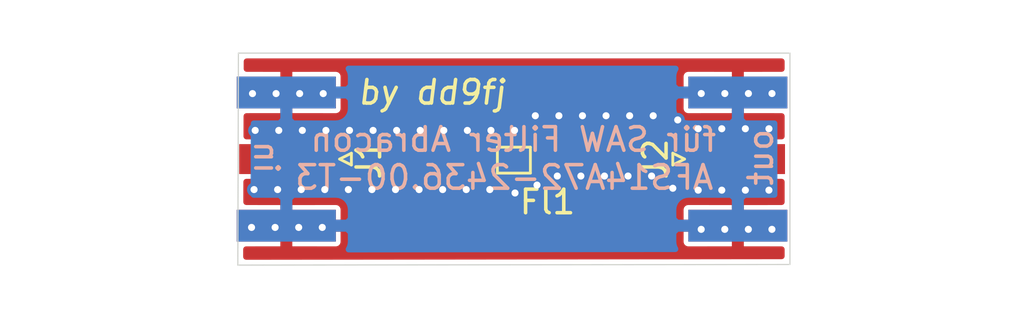
<source format=kicad_pcb>
(kicad_pcb (version 20171130) (host pcbnew "(5.1.5)-3")

  (general
    (thickness 1.6)
    (drawings 8)
    (tracks 76)
    (zones 0)
    (modules 3)
    (nets 4)
  )

  (page A4)
  (layers
    (0 F.Cu signal)
    (31 B.Cu signal)
    (32 B.Adhes user)
    (33 F.Adhes user)
    (34 B.Paste user)
    (35 F.Paste user)
    (36 B.SilkS user)
    (37 F.SilkS user)
    (38 B.Mask user)
    (39 F.Mask user)
    (40 Dwgs.User user)
    (41 Cmts.User user)
    (42 Eco1.User user)
    (43 Eco2.User user)
    (44 Edge.Cuts user)
    (45 Margin user)
    (46 B.CrtYd user)
    (47 F.CrtYd user)
    (48 B.Fab user)
    (49 F.Fab user)
  )

  (setup
    (last_trace_width 0.25)
    (user_trace_width 0.5)
    (user_trace_width 1.08)
    (trace_clearance 0.2)
    (zone_clearance 0.508)
    (zone_45_only no)
    (trace_min 0.2)
    (via_size 0.8)
    (via_drill 0.4)
    (via_min_size 0.4)
    (via_min_drill 0.3)
    (user_via 0.6 0.3)
    (uvia_size 0.3)
    (uvia_drill 0.1)
    (uvias_allowed no)
    (uvia_min_size 0.2)
    (uvia_min_drill 0.1)
    (edge_width 0.05)
    (segment_width 0.2)
    (pcb_text_width 0.3)
    (pcb_text_size 1.5 1.5)
    (mod_edge_width 0.12)
    (mod_text_size 1 1)
    (mod_text_width 0.15)
    (pad_size 1.524 1.524)
    (pad_drill 0.762)
    (pad_to_mask_clearance 0.051)
    (solder_mask_min_width 0.25)
    (aux_axis_origin 0 0)
    (visible_elements 7FFFFFFF)
    (pcbplotparams
      (layerselection 0x010fc_ffffffff)
      (usegerberextensions false)
      (usegerberattributes false)
      (usegerberadvancedattributes false)
      (creategerberjobfile false)
      (excludeedgelayer true)
      (linewidth 0.100000)
      (plotframeref false)
      (viasonmask false)
      (mode 1)
      (useauxorigin false)
      (hpglpennumber 1)
      (hpglpenspeed 20)
      (hpglpendiameter 15.000000)
      (psnegative false)
      (psa4output false)
      (plotreference true)
      (plotvalue true)
      (plotinvisibletext false)
      (padsonsilk false)
      (subtractmaskfromsilk false)
      (outputformat 1)
      (mirror false)
      (drillshape 1)
      (scaleselection 1)
      (outputdirectory ""))
  )

  (net 0 "")
  (net 1 GND)
  (net 2 "Net-(Fl1-PadA)")
  (net 3 "Net-(Fl1-PadC)")

  (net_class Default "Dies ist die voreingestellte Netzklasse."
    (clearance 0.2)
    (trace_width 0.25)
    (via_dia 0.8)
    (via_drill 0.4)
    (uvia_dia 0.3)
    (uvia_drill 0.1)
    (add_net GND)
  )

  (net_class HF50 ""
    (clearance 0.1)
    (trace_width 1.08)
    (via_dia 0.8)
    (via_drill 0.4)
    (uvia_dia 0.3)
    (uvia_drill 0.1)
    (add_net "Net-(Fl1-PadA)")
    (add_net "Net-(Fl1-PadC)")
  )

  (module Connector_Coaxial:SMA_Samtec_SMA-J-P-H-ST-EM1_EdgeMount (layer F.Cu) (tedit 5DFFDB63) (tstamp 5DF2CBD0)
    (at 89.281 76.3016)
    (descr http://suddendocs.samtec.com/prints/sma-j-p-x-st-em1-mkt.pdf)
    (tags SMA)
    (path /5DF368B7)
    (attr smd)
    (fp_text reference J2 (at -3.5 0 90) (layer F.SilkS)
      (effects (font (size 1 1) (thickness 0.15)))
    )
    (fp_text value Conn_Coaxial (at 5 5.9) (layer F.Fab)
      (effects (font (size 1 1) (thickness 0.15)))
    )
    (fp_line (start -2.76 0.25) (end -2.26 0) (layer F.SilkS) (width 0.12))
    (fp_line (start -2.76 -0.25) (end -2.76 0.25) (layer F.SilkS) (width 0.12))
    (fp_line (start -2.26 0) (end -2.76 -0.25) (layer F.SilkS) (width 0.12))
    (fp_line (start 3.1 0) (end 2.1 0.75) (layer F.Fab) (width 0.1))
    (fp_line (start 2.1 -0.75) (end 3.1 0) (layer F.Fab) (width 0.1))
    (fp_text user %R (at 4.79 0 270) (layer F.Fab)
      (effects (font (size 1 1) (thickness 0.15)))
    )
    (fp_line (start 3 -4) (end -2.6 -4) (layer F.CrtYd) (width 0.05))
    (fp_line (start 12.12 -4.5) (end 12.12 4.5) (layer F.CrtYd) (width 0.05))
    (fp_line (start 3 4) (end -2.6 4) (layer F.CrtYd) (width 0.05))
    (fp_line (start -2.6 4) (end -2.6 -4) (layer F.CrtYd) (width 0.05))
    (fp_line (start 3 -4) (end -2.6 -4) (layer B.CrtYd) (width 0.05))
    (fp_line (start 12.12 -4.5) (end 12.12 4.5) (layer B.CrtYd) (width 0.05))
    (fp_line (start 3 4) (end -2.6 4) (layer B.CrtYd) (width 0.05))
    (fp_line (start -2.6 4) (end -2.6 -4) (layer B.CrtYd) (width 0.05))
    (fp_line (start 11.62 -3.165) (end 11.62 3.165) (layer F.Fab) (width 0.1))
    (fp_line (start -1.71 -3.175) (end 11.62 -3.175) (layer F.Fab) (width 0.1))
    (fp_line (start -1.71 -3.175) (end -1.71 -2.365) (layer F.Fab) (width 0.1))
    (fp_line (start -1.71 -2.365) (end 2.1 -2.365) (layer F.Fab) (width 0.1))
    (fp_line (start 2.1 -2.365) (end 2.1 2.365) (layer F.Fab) (width 0.1))
    (fp_line (start 2.1 2.365) (end -1.71 2.365) (layer F.Fab) (width 0.1))
    (fp_line (start -1.71 2.365) (end -1.71 3.175) (layer F.Fab) (width 0.1))
    (fp_line (start -1.71 3.175) (end 11.62 3.175) (layer F.Fab) (width 0.1))
    (fp_line (start 12.12 4.5) (end 3 4.5) (layer F.CrtYd) (width 0.05))
    (fp_line (start 3 4.5) (end 3 4) (layer F.CrtYd) (width 0.05))
    (fp_line (start 12.12 -4.5) (end 3 -4.5) (layer F.CrtYd) (width 0.05))
    (fp_line (start 3 -4.5) (end 3 -4) (layer F.CrtYd) (width 0.05))
    (fp_line (start 12.12 -4.5) (end 3 -4.5) (layer B.CrtYd) (width 0.05))
    (fp_line (start 3 -4.5) (end 3 -4) (layer B.CrtYd) (width 0.05))
    (fp_line (start 12.12 4.5) (end 3 4.5) (layer B.CrtYd) (width 0.05))
    (fp_line (start 3 4.5) (end 3 4) (layer B.CrtYd) (width 0.05))
    (fp_line (start 2.1 -3.5) (end 2.1 3.5) (layer Dwgs.User) (width 0.1))
    (fp_text user "PCB Edge" (at 2.6 0 90) (layer Dwgs.User)
      (effects (font (size 0.5 0.5) (thickness 0.1)))
    )
    (pad 2 smd rect (at 0 2.825 90) (size 1.35 4.2) (layers B.Cu B.Paste B.Mask)
      (net 1 GND))
    (pad 2 smd rect (at 0 -2.825 90) (size 1.35 4.2) (layers B.Cu B.Paste B.Mask)
      (net 1 GND))
    (pad 2 smd rect (at 0 2.825 90) (size 1.35 4.2) (layers F.Cu F.Paste F.Mask)
      (net 1 GND))
    (pad 2 smd rect (at 0 -2.825 90) (size 1.35 4.2) (layers F.Cu F.Paste F.Mask)
      (net 1 GND))
    (pad 1 smd rect (at 0.2 0 90) (size 1.27 3.6) (layers F.Cu F.Paste F.Mask)
      (net 2 "Net-(Fl1-PadA)"))
    (model ${KISYS3DMOD}/Connector_Coaxial.3dshapes/SMA_Samtec_SMA-J-P-H-ST-EM1_EdgeMount.wrl
      (at (xyz 0 0 0))
      (scale (xyz 1 1 1))
      (rotate (xyz 0 0 0))
    )
    (model C:/Users/dd9fj/Desktop/HamRadio/KiCad_Projekte/eigene3D/SMA-J-P-H-ST-EM1.stp
      (offset (xyz 4 0 0.4))
      (scale (xyz 1 1 1))
      (rotate (xyz 0 -90 90))
    )
  )

  (module Connector_Coaxial:SMA_Samtec_SMA-J-P-H-ST-EM1_EdgeMount (layer F.Cu) (tedit 5DFFDACD) (tstamp 5DF2CBA7)
    (at 70.1294 76.3016 180)
    (descr http://suddendocs.samtec.com/prints/sma-j-p-x-st-em1-mkt.pdf)
    (tags SMA)
    (path /5DF376D3)
    (attr smd)
    (fp_text reference J1 (at -3.5 0 90) (layer F.SilkS)
      (effects (font (size 1 1) (thickness 0.15)))
    )
    (fp_text value Conn_Coaxial (at 5 5.9) (layer F.Fab)
      (effects (font (size 1 1) (thickness 0.15)))
    )
    (fp_text user "PCB Edge" (at 2.6 0 90) (layer Dwgs.User)
      (effects (font (size 0.5 0.5) (thickness 0.1)))
    )
    (fp_line (start 2.1 -3.5) (end 2.1 3.5) (layer Dwgs.User) (width 0.1))
    (fp_line (start 3 4.5) (end 3 4) (layer B.CrtYd) (width 0.05))
    (fp_line (start 12.12 4.5) (end 3 4.5) (layer B.CrtYd) (width 0.05))
    (fp_line (start 3 -4.5) (end 3 -4) (layer B.CrtYd) (width 0.05))
    (fp_line (start 12.12 -4.5) (end 3 -4.5) (layer B.CrtYd) (width 0.05))
    (fp_line (start 3 -4.5) (end 3 -4) (layer F.CrtYd) (width 0.05))
    (fp_line (start 12.12 -4.5) (end 3 -4.5) (layer F.CrtYd) (width 0.05))
    (fp_line (start 3 4.5) (end 3 4) (layer F.CrtYd) (width 0.05))
    (fp_line (start 12.12 4.5) (end 3 4.5) (layer F.CrtYd) (width 0.05))
    (fp_line (start -1.71 3.175) (end 11.62 3.175) (layer F.Fab) (width 0.1))
    (fp_line (start -1.71 2.365) (end -1.71 3.175) (layer F.Fab) (width 0.1))
    (fp_line (start 2.1 2.365) (end -1.71 2.365) (layer F.Fab) (width 0.1))
    (fp_line (start 2.1 -2.365) (end 2.1 2.365) (layer F.Fab) (width 0.1))
    (fp_line (start -1.71 -2.365) (end 2.1 -2.365) (layer F.Fab) (width 0.1))
    (fp_line (start -1.71 -3.175) (end -1.71 -2.365) (layer F.Fab) (width 0.1))
    (fp_line (start -1.71 -3.175) (end 11.62 -3.175) (layer F.Fab) (width 0.1))
    (fp_line (start 11.62 -3.165) (end 11.62 3.165) (layer F.Fab) (width 0.1))
    (fp_line (start -2.6 4) (end -2.6 -4) (layer B.CrtYd) (width 0.05))
    (fp_line (start 3 4) (end -2.6 4) (layer B.CrtYd) (width 0.05))
    (fp_line (start 12.12 -4.5) (end 12.12 4.5) (layer B.CrtYd) (width 0.05))
    (fp_line (start 3 -4) (end -2.6 -4) (layer B.CrtYd) (width 0.05))
    (fp_line (start -2.6 4) (end -2.6 -4) (layer F.CrtYd) (width 0.05))
    (fp_line (start 3 4) (end -2.6 4) (layer F.CrtYd) (width 0.05))
    (fp_line (start 12.12 -4.5) (end 12.12 4.5) (layer F.CrtYd) (width 0.05))
    (fp_line (start 3 -4) (end -2.6 -4) (layer F.CrtYd) (width 0.05))
    (fp_text user %R (at 5.1308 0.0762 270) (layer F.Fab)
      (effects (font (size 1 1) (thickness 0.15)))
    )
    (fp_line (start 2.1 -0.75) (end 3.1 0) (layer F.Fab) (width 0.1))
    (fp_line (start 3.1 0) (end 2.1 0.75) (layer F.Fab) (width 0.1))
    (fp_line (start -2.26 0) (end -2.76 -0.25) (layer F.SilkS) (width 0.12))
    (fp_line (start -2.76 -0.25) (end -2.76 0.25) (layer F.SilkS) (width 0.12))
    (fp_line (start -2.76 0.25) (end -2.26 0) (layer F.SilkS) (width 0.12))
    (pad 1 smd rect (at 0.2 0 270) (size 1.27 3.6) (layers F.Cu F.Paste F.Mask)
      (net 3 "Net-(Fl1-PadC)"))
    (pad 2 smd rect (at 0 -2.825 270) (size 1.35 4.2) (layers F.Cu F.Paste F.Mask)
      (net 1 GND))
    (pad 2 smd rect (at 0 2.825 270) (size 1.35 4.2) (layers F.Cu F.Paste F.Mask)
      (net 1 GND))
    (pad 2 smd rect (at 0 -2.825 270) (size 1.35 4.2) (layers B.Cu B.Paste B.Mask)
      (net 1 GND))
    (pad 2 smd rect (at 0 2.825 270) (size 1.35 4.2) (layers B.Cu B.Paste B.Mask)
      (net 1 GND))
    (model ${KISYS3DMOD}/Connector_Coaxial.3dshapes/SMA_Samtec_SMA-J-P-H-ST-EM1_EdgeMount.wrl
      (at (xyz 0 0 0))
      (scale (xyz 1 1 1))
      (rotate (xyz 0 0 0))
    )
    (model C:/Users/dd9fj/Desktop/HamRadio/KiCad_Projekte/eigene3D/SMA-J-P-H-ST-EM1.stp
      (offset (xyz 4 0 0.4))
      (scale (xyz 1 1 1))
      (rotate (xyz 0 -90 90))
    )
  )

  (module SAW-Filterboard:AFS14 (layer F.Cu) (tedit 5DF27E87) (tstamp 5DF2CB7E)
    (at 82.4189 76.321)
    (path /5DF36376)
    (fp_text reference Fl1 (at -1.2125 1.8) (layer F.SilkS)
      (effects (font (size 1 1) (thickness 0.15)))
    )
    (fp_text value AFS14 (at -3.55 -1.9375) (layer F.Fab)
      (effects (font (size 1 1) (thickness 0.15)))
    )
    (fp_line (start -1.9375 0.575) (end -1.9375 -0.525) (layer F.SilkS) (width 0.12))
    (fp_line (start -3.3375 0.575) (end -1.9375 0.575) (layer F.SilkS) (width 0.12))
    (fp_line (start -3.3375 -0.525) (end -3.3375 0.575) (layer F.SilkS) (width 0.12))
    (fp_line (start -1.9375 -0.525) (end -3.3375 -0.525) (layer F.SilkS) (width 0.12))
    (pad C smd rect (at -3.225 0.0125) (size 0.425 0.325) (layers F.Cu F.Paste F.Mask)
      (net 3 "Net-(Fl1-PadC)"))
    (pad D smd rect (at -2.6375 0.4) (size 0.25 0.525) (layers F.Cu F.Paste F.Mask)
      (net 1 GND))
    (pad B smd rect (at -2.6375 -0.375) (size 0.25 0.525) (layers F.Cu F.Paste F.Mask)
      (net 1 GND))
    (pad A smd rect (at -2.05 -0.275) (size 0.425 0.325) (layers F.Cu F.Paste F.Mask)
      (net 2 "Net-(Fl1-PadA)"))
    (pad E smd rect (at -2.05 0.3) (size 0.425 0.325) (layers F.Cu F.Paste F.Mask)
      (net 1 GND))
    (model C:/Users/dd9fj/Desktop/HamRadio/KiCad_Projekte/eigene3D/AFS14.STEP
      (offset (xyz -2.6 0 0.4))
      (scale (xyz 1 1 1))
      (rotate (xyz 90 180 0))
    )
  )

  (gr_text in (at 69.28612 76.2254 -90) (layer B.SilkS)
    (effects (font (size 1 1) (thickness 0.15)) (justify mirror))
  )
  (gr_text out (at 90.25128 76.2254 90) (layer B.SilkS)
    (effects (font (size 1 1) (thickness 0.15)) (justify mirror))
  )
  (gr_text "by dd9fj" (at 76.30922 73.4695) (layer F.SilkS)
    (effects (font (size 1 1) (thickness 0.15) italic))
  )
  (gr_text "für SAW Filter Abracon \nAFS14A72-2436.00-T3" (at 79.375 76.2762) (layer B.SilkS)
    (effects (font (size 1 1) (thickness 0.15)) (justify mirror))
  )
  (gr_line (start 68.072 80.7974) (end 68.0974 71.8058) (layer Edge.Cuts) (width 0.05) (tstamp 5DF2CED9))
  (gr_line (start 91.4908 80.772) (end 68.072 80.7974) (layer Edge.Cuts) (width 0.05))
  (gr_line (start 91.4908 71.8058) (end 91.4908 80.772) (layer Edge.Cuts) (width 0.05))
  (gr_line (start 68.0974 71.8058) (end 91.4908 71.8058) (layer Edge.Cuts) (width 0.05))

  (via (at 69.65366 79.19974) (size 0.6) (drill 0.3) (layers F.Cu B.Cu) (net 1) (tstamp 5DF792B9))
  (via (at 70.65366 79.19974) (size 0.6) (drill 0.3) (layers F.Cu B.Cu) (net 1) (tstamp 5DF792BA))
  (via (at 71.65366 79.19974) (size 0.6) (drill 0.3) (layers F.Cu B.Cu) (net 1) (tstamp 5DF792BB))
  (via (at 68.65366 79.19974) (size 0.6) (drill 0.3) (layers F.Cu B.Cu) (net 1) (tstamp 5DF792BC))
  (via (at 69.6943 73.52284) (size 0.6) (drill 0.3) (layers F.Cu B.Cu) (net 1) (tstamp 5DF792B9))
  (via (at 70.6943 73.52284) (size 0.6) (drill 0.3) (layers F.Cu B.Cu) (net 1) (tstamp 5DF792BA))
  (via (at 71.6943 73.52284) (size 0.6) (drill 0.3) (layers F.Cu B.Cu) (net 1) (tstamp 5DF792BB))
  (via (at 68.6943 73.52284) (size 0.6) (drill 0.3) (layers F.Cu B.Cu) (net 1) (tstamp 5DF792BC))
  (via (at 90.72652 79.28102) (size 0.6) (drill 0.3) (layers F.Cu B.Cu) (net 1) (tstamp 5DF7917A))
  (via (at 87.72652 79.28102) (size 0.6) (drill 0.3) (layers F.Cu B.Cu) (net 1) (tstamp 5DF7917B))
  (via (at 88.72652 79.28102) (size 0.6) (drill 0.3) (layers F.Cu B.Cu) (net 1) (tstamp 5DF7917C))
  (via (at 89.72652 79.28102) (size 0.6) (drill 0.3) (layers F.Cu B.Cu) (net 1) (tstamp 5DF7917E))
  (via (at 90.72906 73.5203) (size 0.6) (drill 0.3) (layers F.Cu B.Cu) (net 1) (tstamp 5DF7917A))
  (via (at 87.72906 73.5203) (size 0.6) (drill 0.3) (layers F.Cu B.Cu) (net 1) (tstamp 5DF7917B))
  (via (at 88.72906 73.5203) (size 0.6) (drill 0.3) (layers F.Cu B.Cu) (net 1) (tstamp 5DF7917C))
  (via (at 89.72906 73.5203) (size 0.6) (drill 0.3) (layers F.Cu B.Cu) (net 1) (tstamp 5DF7917E))
  (segment (start 80.3689 76.621) (end 80.3689 76.6859) (width 0.25) (layer F.Cu) (net 1))
  (segment (start 79.7814 77.2335) (end 79.78394 77.23604) (width 0.25) (layer F.Cu) (net 1))
  (segment (start 79.7814 76.721) (end 79.7814 77.2335) (width 0.25) (layer F.Cu) (net 1))
  (segment (start 79.8814 76.621) (end 79.7814 76.721) (width 0.25) (layer F.Cu) (net 1))
  (segment (start 80.3689 76.621) (end 79.8814 76.621) (width 0.25) (layer F.Cu) (net 1))
  (segment (start 79.7814 75.946) (end 79.7814 76.721) (width 0.25) (layer F.Cu) (net 1))
  (segment (start 79.7814 75.4335) (end 79.78394 75.43096) (width 0.25) (layer F.Cu) (net 1))
  (segment (start 79.7814 75.946) (end 79.7814 75.4335) (width 0.25) (layer F.Cu) (net 1))
  (segment (start 79.78394 75.43096) (end 79.78394 74.66584) (width 0.25) (layer F.Cu) (net 1))
  (via (at 68.8086 75.08494) (size 0.6) (drill 0.3) (layers F.Cu B.Cu) (net 1))
  (via (at 69.8086 75.08494) (size 0.6) (drill 0.3) (layers F.Cu B.Cu) (net 1) (tstamp 5DF79CA3))
  (via (at 70.8086 75.08494) (size 0.6) (drill 0.3) (layers F.Cu B.Cu) (net 1) (tstamp 5DF79CA5))
  (via (at 71.8086 75.08494) (size 0.6) (drill 0.3) (layers F.Cu B.Cu) (net 1) (tstamp 5DF79CA7))
  (via (at 72.8086 75.08494) (size 0.6) (drill 0.3) (layers F.Cu B.Cu) (net 1) (tstamp 5DF79CA9))
  (via (at 73.8086 75.08494) (size 0.6) (drill 0.3) (layers F.Cu B.Cu) (net 1) (tstamp 5DF79CAB))
  (via (at 74.8086 75.08494) (size 0.6) (drill 0.3) (layers F.Cu B.Cu) (net 1) (tstamp 5DF79CAD))
  (via (at 75.8086 75.08494) (size 0.6) (drill 0.3) (layers F.Cu B.Cu) (net 1) (tstamp 5DF79CAF))
  (via (at 76.8086 75.08494) (size 0.6) (drill 0.3) (layers F.Cu B.Cu) (net 1) (tstamp 5DF79CB1))
  (via (at 77.8086 75.08494) (size 0.6) (drill 0.3) (layers F.Cu B.Cu) (net 1) (tstamp 5DF79CB3))
  (via (at 78.8086 75.08494) (size 0.6) (drill 0.3) (layers F.Cu B.Cu) (net 1) (tstamp 5DF79CB5))
  (via (at 79.8086 75.08494) (size 0.6) (drill 0.3) (layers F.Cu B.Cu) (net 1) (tstamp 5DF79CB7))
  (via (at 68.76034 77.59446) (size 0.6) (drill 0.3) (layers F.Cu B.Cu) (net 1))
  (via (at 69.76034 77.59446) (size 0.6) (drill 0.3) (layers F.Cu B.Cu) (net 1) (tstamp 5DF79CEC))
  (via (at 70.76034 77.59446) (size 0.6) (drill 0.3) (layers F.Cu B.Cu) (net 1) (tstamp 5DF79CEE))
  (via (at 71.76034 77.59446) (size 0.6) (drill 0.3) (layers F.Cu B.Cu) (net 1) (tstamp 5DF79CF0))
  (via (at 72.76034 77.59446) (size 0.6) (drill 0.3) (layers F.Cu B.Cu) (net 1) (tstamp 5DF79CF2))
  (via (at 73.76034 77.59446) (size 0.6) (drill 0.3) (layers F.Cu B.Cu) (net 1) (tstamp 5DF79CF4))
  (via (at 74.76034 77.59446) (size 0.6) (drill 0.3) (layers F.Cu B.Cu) (net 1) (tstamp 5DF79CF6))
  (via (at 75.76034 77.59446) (size 0.6) (drill 0.3) (layers F.Cu B.Cu) (net 1) (tstamp 5DF79CF8))
  (via (at 76.76034 77.59446) (size 0.6) (drill 0.3) (layers F.Cu B.Cu) (net 1) (tstamp 5DF79CFA))
  (via (at 77.76034 77.59446) (size 0.6) (drill 0.3) (layers F.Cu B.Cu) (net 1) (tstamp 5DF79CFC))
  (via (at 78.76034 77.59446) (size 0.6) (drill 0.3) (layers F.Cu B.Cu) (net 1) (tstamp 5DF79CFE))
  (via (at 79.82966 77.73924) (size 0.6) (drill 0.3) (layers F.Cu B.Cu) (net 1))
  (via (at 80.76184 77.40396) (size 0.6) (drill 0.3) (layers F.Cu B.Cu) (net 1))
  (via (at 81.6229 77.02042) (size 0.6) (drill 0.3) (layers F.Cu B.Cu) (net 1))
  (via (at 80.69072 74.46264) (size 0.6) (drill 0.3) (layers F.Cu B.Cu) (net 1))
  (via (at 81.69072 74.46264) (size 0.6) (drill 0.3) (layers F.Cu B.Cu) (net 1) (tstamp 5DF79D04))
  (via (at 82.69072 74.46264) (size 0.6) (drill 0.3) (layers F.Cu B.Cu) (net 1) (tstamp 5DF79D06))
  (via (at 83.69072 74.46264) (size 0.6) (drill 0.3) (layers F.Cu B.Cu) (net 1) (tstamp 5DF79D08))
  (via (at 84.69072 74.46264) (size 0.6) (drill 0.3) (layers F.Cu B.Cu) (net 1) (tstamp 5DF79D0A))
  (via (at 85.69072 74.46264) (size 0.6) (drill 0.3) (layers F.Cu B.Cu) (net 1) (tstamp 5DF79D0C))
  (via (at 82.6229 77.02042) (size 0.6) (drill 0.3) (layers F.Cu B.Cu) (net 1) (tstamp 5DF79D10))
  (via (at 83.6229 77.02042) (size 0.6) (drill 0.3) (layers F.Cu B.Cu) (net 1) (tstamp 5DF79D12))
  (via (at 84.6229 77.02042) (size 0.6) (drill 0.3) (layers F.Cu B.Cu) (net 1) (tstamp 5DF79D14))
  (via (at 85.6229 77.02042) (size 0.6) (drill 0.3) (layers F.Cu B.Cu) (net 1) (tstamp 5DF79D16))
  (via (at 87.59952 75.01382) (size 0.6) (drill 0.3) (layers F.Cu B.Cu) (net 1))
  (via (at 87.59952 77.61986) (size 0.6) (drill 0.3) (layers F.Cu B.Cu) (net 1))
  (via (at 88.59952 75.01382) (size 0.6) (drill 0.3) (layers F.Cu B.Cu) (net 1) (tstamp 5DF79D6D))
  (via (at 89.59952 75.01382) (size 0.6) (drill 0.3) (layers F.Cu B.Cu) (net 1) (tstamp 5DF79D6F))
  (via (at 90.59952 75.01382) (size 0.6) (drill 0.3) (layers F.Cu B.Cu) (net 1) (tstamp 5DF79D71))
  (via (at 88.59952 77.61986) (size 0.6) (drill 0.3) (layers F.Cu B.Cu) (net 1) (tstamp 5DF79E43))
  (via (at 89.59952 77.61986) (size 0.6) (drill 0.3) (layers F.Cu B.Cu) (net 1) (tstamp 5DF79E45))
  (via (at 90.59952 77.61986) (size 0.6) (drill 0.3) (layers F.Cu B.Cu) (net 1) (tstamp 5DF79E47))
  (via (at 86.73084 74.64044) (size 0.6) (drill 0.3) (layers F.Cu B.Cu) (net 1))
  (via (at 86.52256 77.53858) (size 0.6) (drill 0.3) (layers F.Cu B.Cu) (net 1))
  (segment (start 80.941401 76.008499) (end 80.3689 76.008499) (width 0.5) (layer F.Cu) (net 2))
  (segment (start 86.017899 75.718499) (end 80.941401 75.718499) (width 1.08) (layer F.Cu) (net 2))
  (segment (start 89.481 76.3016) (end 86.601 76.3016) (width 1.08) (layer F.Cu) (net 2))
  (segment (start 86.601 76.3016) (end 86.017899 75.718499) (width 1.08) (layer F.Cu) (net 2))
  (segment (start 69.9294 76.3016) (end 78.884499 76.3016) (width 1.08) (layer F.Cu) (net 3))

  (zone (net 1) (net_name GND) (layer F.Cu) (tstamp 5DF79E52) (hatch edge 0.508)
    (connect_pads (clearance 0.2))
    (min_thickness 0.254)
    (fill yes (arc_segments 32) (thermal_gap 0.2) (thermal_bridge_width 0.508))
    (polygon
      (pts
        (xy 91.49334 71.79564) (xy 91.5289 80.78216) (xy 68.01104 80.78216) (xy 68.14566 71.79564) (xy 68.11264 71.76262)
      )
    )
    (filled_polygon
      (pts
        (xy 80.340564 76.585499) (xy 80.4544 76.585499) (xy 80.4544 76.5855) (xy 80.82665 76.5855) (xy 80.826651 76.585499)
        (xy 85.658777 76.585499) (xy 85.957819 76.884542) (xy 85.984972 76.917628) (xy 86.11699 77.025972) (xy 86.267608 77.106479)
        (xy 86.431038 77.156055) (xy 86.558408 77.1686) (xy 86.558417 77.1686) (xy 86.600999 77.172794) (xy 86.643581 77.1686)
        (xy 87.448376 77.1686) (xy 87.448657 77.168943) (xy 87.49845 77.209806) (xy 87.555257 77.24017) (xy 87.616897 77.258868)
        (xy 87.681 77.265182) (xy 91.138801 77.265182) (xy 91.138801 78.123221) (xy 89.48975 78.1246) (xy 89.408 78.20635)
        (xy 89.408 78.9996) (xy 89.428 78.9996) (xy 89.428 79.2536) (xy 89.408 79.2536) (xy 89.408 80.04685)
        (xy 89.48975 80.1286) (xy 91.138801 80.129979) (xy 91.138801 80.420382) (xy 68.424996 80.445017) (xy 68.425886 80.12985)
        (xy 69.92065 80.1286) (xy 70.0024 80.04685) (xy 70.0024 79.2536) (xy 70.2564 79.2536) (xy 70.2564 80.04685)
        (xy 70.33815 80.1286) (xy 72.2294 80.130182) (xy 72.293503 80.123868) (xy 72.355143 80.10517) (xy 72.41195 80.074806)
        (xy 72.461743 80.033943) (xy 72.502606 79.98415) (xy 72.53297 79.927343) (xy 72.551668 79.865703) (xy 72.557982 79.8016)
        (xy 86.852418 79.8016) (xy 86.858732 79.865703) (xy 86.87743 79.927343) (xy 86.907794 79.98415) (xy 86.948657 80.033943)
        (xy 86.99845 80.074806) (xy 87.055257 80.10517) (xy 87.116897 80.123868) (xy 87.181 80.130182) (xy 89.07225 80.1286)
        (xy 89.154 80.04685) (xy 89.154 79.2536) (xy 86.93575 79.2536) (xy 86.854 79.33535) (xy 86.852418 79.8016)
        (xy 72.557982 79.8016) (xy 72.5564 79.33535) (xy 72.47465 79.2536) (xy 70.2564 79.2536) (xy 70.0024 79.2536)
        (xy 69.9824 79.2536) (xy 69.9824 78.9996) (xy 70.0024 78.9996) (xy 70.0024 78.20635) (xy 70.2564 78.20635)
        (xy 70.2564 78.9996) (xy 72.47465 78.9996) (xy 72.5564 78.91785) (xy 72.557982 78.4516) (xy 86.852418 78.4516)
        (xy 86.854 78.91785) (xy 86.93575 78.9996) (xy 89.154 78.9996) (xy 89.154 78.20635) (xy 89.07225 78.1246)
        (xy 87.181 78.123018) (xy 87.116897 78.129332) (xy 87.055257 78.14803) (xy 86.99845 78.178394) (xy 86.948657 78.219257)
        (xy 86.907794 78.26905) (xy 86.87743 78.325857) (xy 86.858732 78.387497) (xy 86.852418 78.4516) (xy 72.557982 78.4516)
        (xy 72.551668 78.387497) (xy 72.53297 78.325857) (xy 72.502606 78.26905) (xy 72.461743 78.219257) (xy 72.41195 78.178394)
        (xy 72.355143 78.14803) (xy 72.293503 78.129332) (xy 72.2294 78.123018) (xy 70.33815 78.1246) (xy 70.2564 78.20635)
        (xy 70.0024 78.20635) (xy 69.92065 78.1246) (xy 68.431555 78.123354) (xy 68.433979 77.265182) (xy 71.7294 77.265182)
        (xy 71.793503 77.258868) (xy 71.855143 77.24017) (xy 71.91195 77.209806) (xy 71.961743 77.168943) (xy 71.962024 77.1686)
        (xy 78.927091 77.1686) (xy 79.054461 77.156055) (xy 79.217891 77.106479) (xy 79.333827 77.04451) (xy 79.334132 77.047603)
        (xy 79.35283 77.109243) (xy 79.383194 77.16605) (xy 79.424057 77.215843) (xy 79.47385 77.256706) (xy 79.530657 77.28707)
        (xy 79.592297 77.305768) (xy 79.6564 77.312082) (xy 79.69965 77.3105) (xy 79.7814 77.22875) (xy 79.86315 77.3105)
        (xy 79.9064 77.312082) (xy 79.970503 77.305768) (xy 80.032143 77.28707) (xy 80.08895 77.256706) (xy 80.138743 77.215843)
        (xy 80.179606 77.16605) (xy 80.20997 77.109243) (xy 80.213045 77.099105) (xy 80.2834 77.02875) (xy 80.2834 76.6565)
        (xy 80.4544 76.6565) (xy 80.4544 77.02875) (xy 80.53615 77.1105) (xy 80.5814 77.112082) (xy 80.645503 77.105768)
        (xy 80.707143 77.08707) (xy 80.76395 77.056706) (xy 80.813743 77.015843) (xy 80.854606 76.96605) (xy 80.88497 76.909243)
        (xy 80.903668 76.847603) (xy 80.909982 76.7835) (xy 80.9084 76.73825) (xy 80.82665 76.6565) (xy 80.4544 76.6565)
        (xy 80.2834 76.6565) (xy 80.2334 76.6565) (xy 80.2334 76.593998) (xy 80.151652 76.593998) (xy 80.16015 76.5855)
        (xy 80.2834 76.5855) (xy 80.2834 76.579869)
      )
    )
    (filled_polygon
      (pts
        (xy 79.9064 76.66125) (xy 79.8294 76.73825) (xy 79.827818 76.7835) (xy 79.834132 76.847603) (xy 79.834252 76.848)
        (xy 79.6564 76.848) (xy 79.6564 76.706827) (xy 79.679606 76.67855) (xy 79.70997 76.621743) (xy 79.718386 76.594)
        (xy 79.9064 76.594)
      )
    )
    (filled_polygon
      (pts
        (xy 79.80025 75.895387) (xy 79.789109 76.008499) (xy 79.795462 76.073) (xy 79.721166 76.073) (xy 79.689378 75.968208)
        (xy 79.6564 75.90651) (xy 79.6564 75.819) (xy 79.823422 75.819)
      )
    )
    (filled_polygon
      (pts
        (xy 91.1388 72.473221) (xy 89.48975 72.4746) (xy 89.408 72.55635) (xy 89.408 73.3496) (xy 89.428 73.3496)
        (xy 89.428 73.6036) (xy 89.408 73.6036) (xy 89.408 74.39685) (xy 89.48975 74.4786) (xy 91.1388 74.479979)
        (xy 91.1388 75.338018) (xy 87.681 75.338018) (xy 87.616897 75.344332) (xy 87.555257 75.36303) (xy 87.49845 75.393394)
        (xy 87.448657 75.434257) (xy 87.448376 75.4346) (xy 86.960123 75.4346) (xy 86.661084 75.135561) (xy 86.633927 75.102471)
        (xy 86.501909 74.994127) (xy 86.351291 74.91362) (xy 86.187861 74.864044) (xy 86.060491 74.851499) (xy 86.017899 74.847304)
        (xy 85.975307 74.851499) (xy 80.898809 74.851499) (xy 80.771439 74.864044) (xy 80.608009 74.91362) (xy 80.457391 74.994127)
        (xy 80.325373 75.102471) (xy 80.217029 75.234489) (xy 80.136522 75.385107) (xy 80.120922 75.436532) (xy 80.08895 75.410294)
        (xy 80.032143 75.37993) (xy 79.970503 75.361232) (xy 79.9064 75.354918) (xy 79.86315 75.3565) (xy 79.7814 75.43825)
        (xy 79.69965 75.3565) (xy 79.6564 75.354918) (xy 79.592297 75.361232) (xy 79.530657 75.37993) (xy 79.47385 75.410294)
        (xy 79.424057 75.451157) (xy 79.383194 75.50095) (xy 79.35283 75.557757) (xy 79.349935 75.5673) (xy 79.217891 75.496721)
        (xy 79.054461 75.447145) (xy 78.927091 75.4346) (xy 71.962024 75.4346) (xy 71.961743 75.434257) (xy 71.91195 75.393394)
        (xy 71.855143 75.36303) (xy 71.793503 75.344332) (xy 71.7294 75.338018) (xy 68.439423 75.338018) (xy 68.441847 74.479837)
        (xy 69.92065 74.4786) (xy 70.0024 74.39685) (xy 70.0024 73.6036) (xy 70.2564 73.6036) (xy 70.2564 74.39685)
        (xy 70.33815 74.4786) (xy 72.2294 74.480182) (xy 72.293503 74.473868) (xy 72.355143 74.45517) (xy 72.41195 74.424806)
        (xy 72.461743 74.383943) (xy 72.502606 74.33415) (xy 72.53297 74.277343) (xy 72.551668 74.215703) (xy 72.557982 74.1516)
        (xy 86.852418 74.1516) (xy 86.858732 74.215703) (xy 86.87743 74.277343) (xy 86.907794 74.33415) (xy 86.948657 74.383943)
        (xy 86.99845 74.424806) (xy 87.055257 74.45517) (xy 87.116897 74.473868) (xy 87.181 74.480182) (xy 89.07225 74.4786)
        (xy 89.154 74.39685) (xy 89.154 73.6036) (xy 86.93575 73.6036) (xy 86.854 73.68535) (xy 86.852418 74.1516)
        (xy 72.557982 74.1516) (xy 72.5564 73.68535) (xy 72.47465 73.6036) (xy 70.2564 73.6036) (xy 70.0024 73.6036)
        (xy 69.9824 73.6036) (xy 69.9824 73.3496) (xy 70.0024 73.3496) (xy 70.0024 72.55635) (xy 70.2564 72.55635)
        (xy 70.2564 73.3496) (xy 72.47465 73.3496) (xy 72.5564 73.26785) (xy 72.557982 72.8016) (xy 86.852418 72.8016)
        (xy 86.854 73.26785) (xy 86.93575 73.3496) (xy 89.154 73.3496) (xy 89.154 72.55635) (xy 89.07225 72.4746)
        (xy 87.181 72.473018) (xy 87.116897 72.479332) (xy 87.055257 72.49803) (xy 86.99845 72.528394) (xy 86.948657 72.569257)
        (xy 86.907794 72.61905) (xy 86.87743 72.675857) (xy 86.858732 72.737497) (xy 86.852418 72.8016) (xy 72.557982 72.8016)
        (xy 72.551668 72.737497) (xy 72.53297 72.675857) (xy 72.502606 72.61905) (xy 72.461743 72.569257) (xy 72.41195 72.528394)
        (xy 72.355143 72.49803) (xy 72.293503 72.479332) (xy 72.2294 72.473018) (xy 70.33815 72.4746) (xy 70.2564 72.55635)
        (xy 70.0024 72.55635) (xy 69.92065 72.4746) (xy 68.447515 72.473368) (xy 68.448407 72.1578) (xy 91.1388 72.1578)
      )
    )
  )
  (zone (net 1) (net_name GND) (layer B.Cu) (tstamp 5DF79E4F) (hatch edge 0.508)
    (connect_pads (clearance 0.508))
    (min_thickness 0.254)
    (fill yes (arc_segments 32) (thermal_gap 0.508) (thermal_bridge_width 0.508))
    (polygon
      (pts
        (xy 91.4146 80.81518) (xy 68.03136 80.78216) (xy 68.11264 71.79564) (xy 91.48318 71.79564)
      )
    )
    (filled_polygon
      (pts
        (xy 86.591498 72.55742) (xy 86.555188 72.677118) (xy 86.542928 72.8016) (xy 86.546 73.19085) (xy 86.70475 73.3496)
        (xy 89.154 73.3496) (xy 89.154 73.3296) (xy 89.408 73.3296) (xy 89.408 73.3496) (xy 89.428 73.3496)
        (xy 89.428 73.6036) (xy 89.408 73.6036) (xy 89.408 74.62785) (xy 89.56675 74.7866) (xy 90.8308 74.78874)
        (xy 90.830801 77.81446) (xy 89.56675 77.8166) (xy 89.408 77.97535) (xy 89.408 78.9996) (xy 89.428 78.9996)
        (xy 89.428 79.2536) (xy 89.408 79.2536) (xy 89.408 79.2736) (xy 89.154 79.2736) (xy 89.154 79.2536)
        (xy 86.70475 79.2536) (xy 86.546 79.41235) (xy 86.542928 79.8016) (xy 86.555188 79.926082) (xy 86.591498 80.04578)
        (xy 86.629712 80.117273) (xy 72.772654 80.132302) (xy 72.818902 80.04578) (xy 72.855212 79.926082) (xy 72.867472 79.8016)
        (xy 72.8644 79.41235) (xy 72.70565 79.2536) (xy 70.2564 79.2536) (xy 70.2564 79.2736) (xy 70.0024 79.2736)
        (xy 70.0024 79.2536) (xy 69.9824 79.2536) (xy 69.9824 78.9996) (xy 70.0024 78.9996) (xy 70.0024 77.97535)
        (xy 70.2564 77.97535) (xy 70.2564 78.9996) (xy 72.70565 78.9996) (xy 72.8644 78.84085) (xy 72.867472 78.4516)
        (xy 86.542928 78.4516) (xy 86.546 78.84085) (xy 86.70475 78.9996) (xy 89.154 78.9996) (xy 89.154 77.97535)
        (xy 88.99525 77.8166) (xy 87.181 77.813528) (xy 87.056518 77.825788) (xy 86.93682 77.862098) (xy 86.826506 77.921063)
        (xy 86.729815 78.000415) (xy 86.650463 78.097106) (xy 86.591498 78.20742) (xy 86.555188 78.327118) (xy 86.542928 78.4516)
        (xy 72.867472 78.4516) (xy 72.855212 78.327118) (xy 72.818902 78.20742) (xy 72.759937 78.097106) (xy 72.680585 78.000415)
        (xy 72.583894 77.921063) (xy 72.47358 77.862098) (xy 72.353882 77.825788) (xy 72.2294 77.813528) (xy 70.41515 77.8166)
        (xy 70.2564 77.97535) (xy 70.0024 77.97535) (xy 69.84365 77.8166) (xy 68.740427 77.814732) (xy 68.748976 74.788454)
        (xy 69.84365 74.7866) (xy 70.0024 74.62785) (xy 70.0024 73.6036) (xy 70.2564 73.6036) (xy 70.2564 74.62785)
        (xy 70.41515 74.7866) (xy 72.2294 74.789672) (xy 72.353882 74.777412) (xy 72.47358 74.741102) (xy 72.583894 74.682137)
        (xy 72.680585 74.602785) (xy 72.759937 74.506094) (xy 72.818902 74.39578) (xy 72.855212 74.276082) (xy 72.867472 74.1516)
        (xy 86.542928 74.1516) (xy 86.555188 74.276082) (xy 86.591498 74.39578) (xy 86.650463 74.506094) (xy 86.729815 74.602785)
        (xy 86.826506 74.682137) (xy 86.93682 74.741102) (xy 87.056518 74.777412) (xy 87.181 74.789672) (xy 88.99525 74.7866)
        (xy 89.154 74.62785) (xy 89.154 73.6036) (xy 86.70475 73.6036) (xy 86.546 73.76235) (xy 86.542928 74.1516)
        (xy 72.867472 74.1516) (xy 72.8644 73.76235) (xy 72.70565 73.6036) (xy 70.2564 73.6036) (xy 70.0024 73.6036)
        (xy 69.9824 73.6036) (xy 69.9824 73.3496) (xy 70.0024 73.3496) (xy 70.0024 73.3296) (xy 70.2564 73.3296)
        (xy 70.2564 73.3496) (xy 72.70565 73.3496) (xy 72.8644 73.19085) (xy 72.867472 72.8016) (xy 72.855212 72.677118)
        (xy 72.818902 72.55742) (xy 72.769929 72.4658) (xy 86.640471 72.4658)
      )
    )
  )
)

</source>
